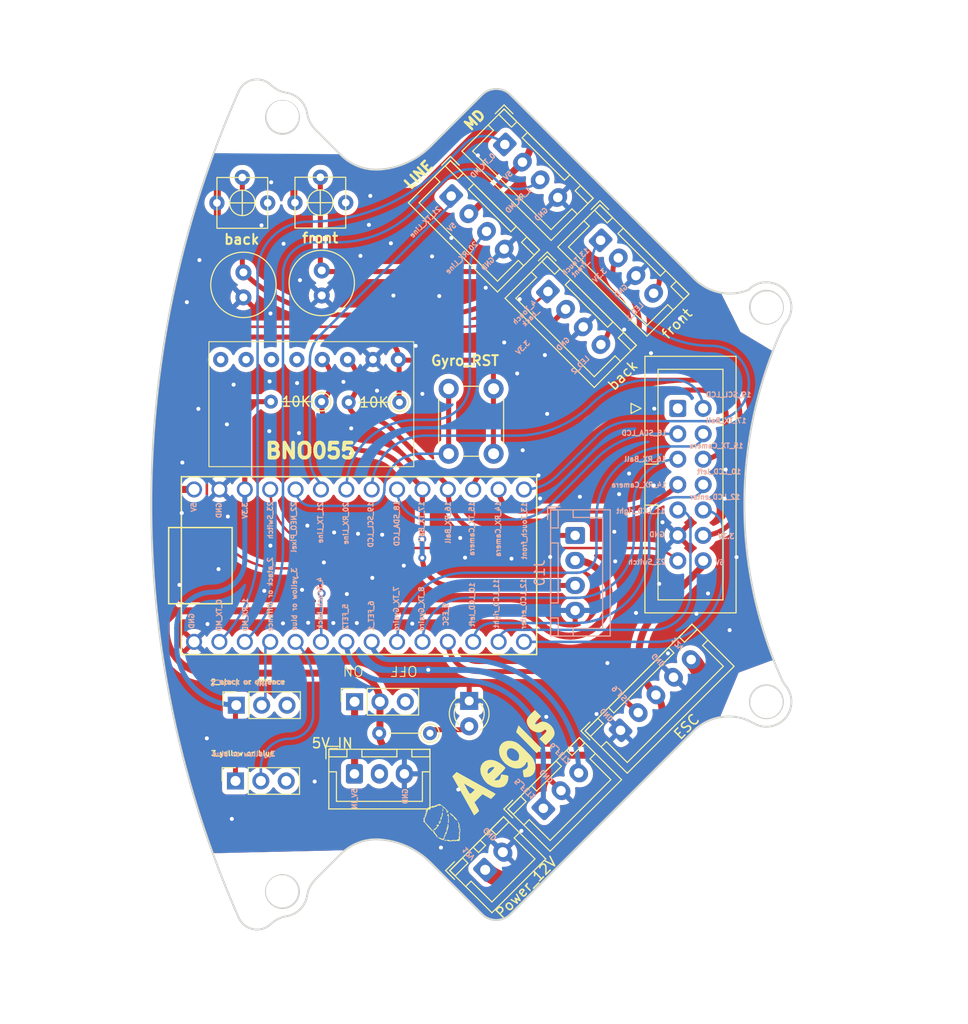
<source format=kicad_pcb>
(kicad_pcb (version 20221018) (generator pcbnew)
  (layers (0 "F.Cu" signal) (31 "B.Cu" signal) (34 "B.Paste" user) (35 "F.Paste" user) (36 "B.SilkS" user "B.Silkscreen") (37 "F.SilkS" user "F.Silkscreen") (38 "B.Mask" user) (39 "F.Mask" user) (44 "Edge.Cuts" user))
  (net 0 "")
  (net 1 "+5V")
  (net 2 "GND")
  (net 7 "LED1")
  (net 8 "Net-(D1-A)")
  (net 9 "+12V")
  (net 10 "TX_MD")
  (net 11 "RX_MD")
  (net 12 "TX_Line")
  (net 13 "RX_Line")
  (net 14 "CN1_Touch_sensor")
  (net 15 "+3.3V")
  (net 16 "5V_IN")
  (net 18 "ESC")
  (net 19 "FET1")
  (net 20 "FET2")
  (net 22 "SCL_LCD")
  (net 23 "SDA_LCD")
  (net 24 "TX_Ball")
  (net 25 "RX_Ball")
  (net 26 "TX_camera")
  (net 27 "RX_camera")
  (net 28 "LCD-TeensyD10")
  (net 29 "LCD-TeensyD11")
  (net 30 "LCD-TeensyD12")
  (net 31 "switch")
  (net 33 "Tougle_Switch_atack or diffence")
  (net 34 "Tougle_switch_ yellow or blue")
  (net 35 "CN2_Touch_sensor")
  (net 36 "LED2")
  (net 38 "Gyro_reset")
  (net 39 "TX_Gyro_SCL")
  (net 40 "RX_Gyro_SDA")
  (footprint "Connector_JST:JST_XH_B3B-XH-A_1x03_P2.50mm_Vertical" (layer "F.Cu") (at 128.94 116.41)
    (fp_text reference "J5" hide)
    (fp_text value "Power_5V" hide)
  )
  (footprint "Connector_JST:JST_XH_B3B-XH-A_1x03_P2.50mm_Vertical" (layer "F.Cu") (at 147.849626 119.860157 45)
    (fp_text reference "J7" hide)
    (fp_text value "Kicker" hide)
  )
  (footprint "Connector_JST:JST_XH_B4B-XH-A_1x04_P2.50mm_Vertical" (layer "F.Cu") (at 143.989626 53.469089 -45)
    (fp_text reference "J2" hide)
    (fp_text value "MD")
  )
  (footprint "Connector_PinSocket_2.54mm:PinSocket_1x03_P2.54mm_Vertical" (layer "F.Cu") (at 117.11516 109.544623 90)
    (fp_text reference "SW2" hide)
    (fp_text value "SW_DPST_x2" hide)
  )
  (footprint "BN0055:BNO00" (layer "F.Cu") (at 134.88 73.44 -90)
    (fp_text reference "BNO1" hide)
    (fp_text value "~" hide)
  )
  (footprint "Aegis:ver4" (layer "F.Cu") (at 142.17 116.91 45)
    (fp_text reference "G***" hide)
    (fp_text value "LOGO" hide)
  )
  (footprint "LED_THT:LED_D3.0mm_Clear" (layer "F.Cu") (at 140.42516 109.119623 -90)
    (fp_text reference "D1" hide)
    (fp_text value "LED" hide)
  )
  (footprint "Connector_JST:JST_XH_B4B-XH-A_1x04_P2.50mm_Vertical" (layer "F.Cu") (at 148.307393 68.176856 -45)
    (fp_text reference "J9" hide)
    (fp_text value "touch_sensor_2")
  )
  (footprint "Connector_JST:JST_XH_B2B-XH-A_1x02_P2.50mm_Vertical" (layer "F.Cu") (at 142.027393 126.01239 45)
    (fp_text reference "J1" hide)
    (fp_text value "Power_12V")
  )
  (footprint "MountingHole:MountingHole_3.2mm_M3" (layer "F.Cu") (at 170.20516 69.764623)
    (fp_text reference "REF**" hide)
    (fp_text value "MountingHole_3.2mm_M3")
  )
  (footprint "Variable_Register:Variable_Register" (layer "F.Cu") (at 117.72 51.69)
    (fp_text reference "RV3" hide)
    (fp_text value "R_Potentiometer_Trim_US" hide)
  )
  (footprint "Resistor_THT:R_Axial_DIN0204_L3.6mm_D1.6mm_P5.08mm_Vertical" (layer "F.Cu") (at 125.66 79.19 180)
    (fp_text reference "R3" hide)
    (fp_text value "10K")
  )
  (footprint "Capacitor_THT:C_Radial_D6.3mm_H5.0mm_P2.50mm" (layer "F.Cu") (at 125.67 68.57 90)
    (fp_text reference "C1" hide)
    (fp_text value "C" hide)
  )
  (footprint "Connector_JST:JST_XH_B5B-XH-A_1x05_P2.50mm_Vertical" (layer "F.Cu") (at 155.574092 112.055691 45)
    (fp_text reference "J6" hide)
    (fp_text value "ESC" hide)
  )
  (footprint "Resistor_THT:R_Axial_DIN0204_L3.6mm_D1.6mm_P5.08mm_Vertical" (layer "F.Cu") (at 136.5 112.35 180)
    (fp_text reference "R1" hide)
    (fp_text value "R" hide)
  )
  (footprint "Connector_JST:JST_XH_B4B-XH-A_1x04_P2.50mm_Vertical" (layer "F.Cu") (at 138.62516 58.624623 -45)
    (fp_text reference "J3" hide)
    (fp_text value "Line" hide)
  )
  (footprint "Resistor_THT:R_Axial_DIN0204_L3.6mm_D1.6mm_P5.08mm_Vertical" (layer "F.Cu") (at 133.44 79.26 180)
    (fp_text reference "R2" hide)
    (fp_text value "10K")
  )
  (footprint "Connector_PinSocket_2.54mm:PinSocket_1x03_P2.54mm_Vertical" (layer "F.Cu") (at 117.03516 117.124623 90)
    (fp_text reference "SW3" hide)
    (fp_text value "SW_DPST_x2" hide)
  )
  (footprint "Variable_Register:Variable_Register" (layer "F.Cu") (at 125.53 51.67)
    (fp_text reference "RV1" hide)
    (fp_text value "R_Potentiometer_Trim_US" hide)
  )
  (footprint "MountingHole:MountingHole_3.2mm_M3" (layer "F.Cu") (at 121.70516 128.164623)
    (fp_text reference "REF**" hide)
    (fp_text value "MountingHole_3.2mm_M3")
  )
  (footprint "MountingHole:MountingHole_3.2mm_M3" (layer "F.Cu") (at 170.17516 109.224623)
    (fp_text reference "REF**" hide)
    (fp_text value "MountingHole_3.2mm_M3" hide)
  )
  (footprint "teency4.0:Teensy40" (layer "F.Cu") (at 129.4 95.59)
    (fp_text reference "U1" hide)
    (fp_text value "Teensy4.0" hide)
  )
  (footprint "Button_Switch_THT:SW_PUSH_6mm_H5mm" (layer "F.Cu") (at 142.87 77.9 -90)
    (fp_text reference "Gyro_RST")
    (fp_text value "SW_Push" hide)
  )
  (footprint "Connector_PinSocket_2.54mm:PinSocket_1x03_P2.54mm_Vertical" (layer "F.Cu") (at 128.95516 109.199623 90)
    (fp_text reference "SW1" hide)
    (fp_text value "SW_DPST_x2" hide)
  )
  (footprint "Connector_IDC:IDC-Header_2x07_P2.54mm_Vertical" (layer "F.Cu") (at 161.30266 79.864623)
    (fp_text reference "J8" hide)
    (fp_text value "ESP32")
  )
  (footprint "Connector_JST:JST_XH_B4B-XH-A_1x04_P2.50mm_Vertical" (layer "F.Cu") (at 153.579626 63.049089 -45)
    (fp_text reference "J4" hide)
    (fp_text value "touch_sensor_1")
  )
  (footprint "MountingHole:MountingHole_3.2mm_M3" (layer "F.Cu") (at 121.75516 50.684623)
    (fp_text reference "REF**" hide)
    (fp_text value "MountingHole_3.2mm_M3" hide)
  )
  (footprint "Capacitor_THT:C_Radial_D6.3mm_H5.0mm_P2.50mm" (layer "F.Cu") (at 117.83 68.76 90)
    (fp_text reference "C2" hide)
    (fp_text value "C" hide)
  )
  (footprint "Connector_JST:JST_XH_B4B-XH-A_1x04_P2.50mm_Vertical" (layer "B.Cu") (at 151.03 92.57 -90)
    (fp_text reference "J10")
    (fp_text value "Gyro")
  )
  (gr_circle (center 170.171827 69.748029) (end 168.521827 69.748029) (stroke (width 0.2)) (fill none) (layer "Edge.Cuts"))
  (gr_arc (start 120.569744 131.438367) (mid 118.800831 131.9499) (end 117.363513 130.798855) (stroke (width 0.2)) (layer "Edge.Cuts"))
  (gr_arc (start 125.044456 51.984889) (mid 124.497642 51.235113) (end 124.206149 50.354086) (stroke (width 0.2)) (layer "Edge.Cuts"))
  (gr_arc (start 171.712436 71.975857) (mid 171.892967 71.634963) (end 172.115734 71.320042) (stroke (width 0.2)) (layer "Edge.Cuts"))
  (gr_arc (start 117.363513 48.150607) (mid 118.800823 46.999513) (end 120.569744 47.511095) (stroke (width 0.2)) (layer "Edge.Cuts"))
  (gr_arc (start 168.373996 68.010846) (mid 171.828082 67.875317) (end 172.115734 71.320042) (stroke (width 0.2)) (layer "Edge.Cuts"))
  (gr_arc (start 122.147307 48.296287) (mid 123.507088 48.994647) (end 124.206149 50.354086) (stroke (width 0.2)) (layer "Edge.Cuts"))
  (gr_arc (start 131.46393 55.977706) (mid 129.366773 55.67202) (end 127.584638 54.525071) (stroke (width 0.2)) (layer "Edge.Cuts"))
  (gr_arc (start 120.569744 131.438367) (mid 121.299571 130.927323) (end 122.147307 130.653175) (stroke (width 0.2)) (layer "Edge.Cuts"))
  (gr_arc (start 141.718186 48.506076) (mid 143.1324 47.920289) (end 144.546613 48.506076) (stroke (width 0.2)) (layer "Edge.Cuts"))
  (gr_arc (start 172.115734 107.62942) (mid 171.892955 107.314506) (end 171.712436 106.973605) (stroke (width 0.2)) (layer "Edge.Cuts"))
  (gr_arc (start 127.584638 124.424391) (mid 129.366771 123.277441) (end 131.46393 122.971756) (stroke (width 0.2)) (layer "Edge.Cuts"))
  (gr_arc (start 124.206149 128.595376) (mid 123.507108 129.954813) (end 122.147307 130.653175) (stroke (width 0.2)) (layer "Edge.Cuts"))
  (gr_line (start 125.044456 126.964573) (end 127.584638 124.424391) (stroke (width 0.2)) (layer "Edge.Cuts"))
  (gr_circle (center 121.739793 50.76285) (end 120.089793 50.76285) (stroke (width 0.2)) (fill none) (layer "Edge.Cuts"))
  (gr_arc (start 117.363513 130.798855) (mid 108.617557 89.474731) (end 117.363513 48.150607) (stroke (width 0.2)) (layer "Edge.Cuts"))
  (gr_arc (start 122.147307 48.296287) (mid 121.299573 48.022129) (end 120.569744 47.511095) (stroke (width 0.2)) (layer "Edge.Cuts"))
  (gr_circle (center 170.171827 109.201433) (end 168.521827 109.201433) (stroke (width 0.2)) (fill none) (layer "Edge.Cuts"))
  (gr_line (start 127.584638 54.525071) (end 125.044456 51.984889) (stroke (width 0.2)) (layer "Edge.Cuts"))
  (gr_line (start 162.95516 66.914623) (end 144.546613 48.506076) (stroke (width 0.2)) (layer "Edge.Cuts"))
  (gr_arc (start 144.546613 130.443386) (mid 143.1324 131.029173) (end 141.718186 130.443386) (stroke (width 0.2)) (layer "Edge.Cuts"))
  (gr_line (start 141.718186 48.506076) (end 136.570771 53.65349) (stroke (width 0.2)) (layer "Edge.Cuts"))
  (gr_arc (start 171.712436 106.973605) (mid 167.958218 89.474731) (end 171.712436 71.975857) (stroke (width 0.2)) (layer "Edge.Cuts"))
  (gr_arc (start 131.46393 122.971756) (mid 134.2278 123.671453) (end 136.570771 125.295972) (stroke (width 0.2)) (layer "Edge.Cuts"))
  (gr_arc (start 162.85 112.14) (mid 165.746781 110.716484) (end 168.909729 111.359466) (stroke (width 0.2)) (layer "Edge.Cuts"))
  (gr_line (start 136.570771 125.295972) (end 141.718186 130.443386) (stroke (width 0.2)) (layer "Edge.Cuts"))
  (gr_arc (start 168.373996 68.010846) (mid 165.499298 68.279769) (end 162.95516 66.914623) (stroke (width 0.2)) (layer "Edge.Cuts"))
  (gr_arc (start 124.206149 128.595376) (mid 124.497653 127.714356) (end 125.044456 126.964573) (stroke (width 0.2)) (layer "Edge.Cuts"))
  (gr_arc (start 172.115734 107.62942) (mid 172.067723 110.83101) (end 168.909729 111.359466) (stroke (width 0.2)) (layer "Edge.Cuts"))
  (gr_circle (center 121.739793 128.186612) (end 120.089793 128.186612) (stroke (width 0.2)) (fill none) (layer "Edge.Cuts"))
  (gr_line (start 144.546613 130.443386) (end 162.85 112.14) (stroke (width 0.2)) (layer "Edge.Cuts"))
  (gr_arc (start 136.570771 53.65349) (mid 134.227783 55.27797) (end 131.46393 55.977706) (stroke (width 0.2)) (layer "Edge.Cuts"))
  (gr_text "4_Touch\n _back" (at 147.859626 69.919089 45) (layer "B.SilkS") (effects (font (size 0.5 0.5) (thickness 0.125) bold) (justify left bottom mirror)))
  (gr_text "GND" (at 148.44516 60.064623 45) (layer "B.SilkS") (effects (font (size 0.5 0.5) (thickness 0.125) bold) (justify left bottom mirror)))
  (gr_text "15_TX_Camera" (at 140.98 89.14 90) (layer "B.SilkS") (effects (font (size 0.5 0.5) (thickness 0.125) bold) (justify left bottom mirror)))
  (gr_text "13_Touch\n  _front\n" (at 153.139626 64.679089 45) (layer "B.SilkS") (effects (font (size 0.5 0.5) (thickness 0.125) bold) (justify left bottom mirror)))
  (gr_text "18_SDA_LCD" (at 160.28266 82.624623) (layer "B.SilkS") (effects (font (size 0.5 0.5) (thickness 0.125) bold) (justify left bottom mirror)))
  (gr_text "1_RX_MD\n" (at 118.31 98.77 90) (layer "B.SilkS") (effects (font (size 0.5 0.5) (thickness 0.125) bold) (justify left bottom mirror)))
  (gr_text "9_ESC" (at 154.98516 107.454623 135) (layer "B.SilkS") (effects (font (size 0.5 0.5) (thickness 0.125) bold) (justify left bottom mirror)))
  (gr_text "GND" (at 147.76516 115.834623 135) (layer "B.SilkS") (effects (font (size 0.5 0.5) (thickness 0.125) bold) (justify left bottom mirror)))
  (gr_text "5V_IN" (at 129.25 117.79 90) (layer "B.SilkS") (effects (font (size 0.5 0.5) (thickness 0.125) bold) (justify left bottom mirror)))
  (gr_text "17_TX_Ball" (at 168.24266 81.374623) (layer "B.SilkS") (effects (font (size 0.5 0.5) (thickness 0.125) bold) (justify left bottom mirror)))
  (gr_text "23_Switch\n" (at 160.17266 95.514623) (layer "B.SilkS") (effects (font (size 0.5 0.5) (thickness 0.125) bold) (justify left bottom mirror)))
  (gr_text "LED_2\n" (at 152.59516 74.884623 45) (layer "B.SilkS") (effects (font (size 0.5 0.5) (thickness 0.125) bold) (justify left bottom mirror)))
  (gr_text "11_LCD_right\n" (at 160.10266 90.414623) (layer "B.SilkS") (effects (font (size 0.5 0.5) (thickness 0.125) bold) (justify left bottom mirror)))
  (gr_text "21_TX_Line" (at 125.83 89.17 90) (layer "B.SilkS") (effects (font (size 0.5 0.5) (thickness 0.125) bold) (justify left bottom mirror)))
  (gr_text "19_SCL_LCD" (at 130.86 89.18 90) (layer "B.SilkS") (effects (font (size 0.5 0.5) (thickness 0.125) bold) (justify left bottom mirror)))
  (gr_text "GND" (at 142.11516 121.634623 135) (layer "B.SilkS") (effects (font (size 0.5 0.5) (thickness 0.125) bold) (justify left bottom mirror)))
  (gr_text "14_RX_Camera" (at 143.61 89.12 90) (layer "B.SilkS") (effects (font (size 0.5 0.5) (thickness 0.125) bold) (justify left bottom mirror)))
  (gr_text "5V" (at 113.16 89.22 90) (layer "B.SilkS") (effects (font (size 0.5 0.5) (thickness 0.125) bold) (justify left bottom mirror)))
  (gr_text "14_RX_Camera" (at 160.24266 87.804623) (layer "B.SilkS") (effects (font (size 0.5 0.5) (thickness 0.125) bold) (justify left bottom mirror)))
  (gr_text "10_LCD_left\n" (at 141.01 97.21 90) (layer "B.SilkS") (effects (font (size 0.5 0.5) (thickness 0.125) bold) (justify left bottom mirror)))
  (gr_text "12_LCD_enter\n" (at 146.15 96.82 90) (layer "B.SilkS") (effects (font (size 0.5 0.5) (thickness 0.125) bold) (justify left bottom mirror)))
  (gr_text "12V" (at 160.92516 102.664623 135) (layer "B.SilkS") (effects (font (size 0.5 0.5) (thickness 0.125) bold) (justify left bottom mirror)))
  (gr_text "GND" (at 112.94 100.279 90) (layer "B.SilkS") (effects (font (size 0.5 0.5) (thickness 0.125) bold) (justify left bottom mirror)))
  (gr_text "GND" (at 158.96516 104.224623 135) (layer "B.SilkS") (effects (font (size 0.5 0.5) (thickness 0.125) bold) (justify left bottom mirror)))
  (gr_text "4_Touch_back" (at 125.79 96.68 90) (layer "B.SilkS") (effects (font (size 0.5 0.5) (thickness 0.125) bold) (justify left bottom mirror)))
  (gr_text "12V" (at 140.02516 123.624623 135) (layer "B.SilkS") (effects (font (size 0.5 0.5) (thickness 0.125) bold) (justify left bottom mirror)))
  (gr_text "16_RX_Ball" (at 138.6 89.12 90) (layer "B.SilkS") (effects (font (size 0.5 0.5) (thickness 0.125) bold) (justify left bottom mirror)))
  (gr_text "22_NEO_Pixel\n" (at 123.17 89.14 90) (layer "B.SilkS") (effects (font (size 0.5 0.5) (thickness 0.125) bold) (justify left bottom mirror)))
  (gr_text "LED_1\n" (at 157.999626 69.559089 45) (layer "B.SilkS") (effects (font (size 0.5 0.5) (thickness 0.125) bold) (justify left bottom mirror)))
  (gr_text "9_ESC\n\n" (at 139.19 99.25 90) (layer "B.SilkS") (effects (font (size 0.5 0.5) (thickness 0.125) bold) (justify left bottom mirror)))
  (gr_text "GND" (at 153.81516 109.714623 135) (layer "B.SilkS") (effects (font (size 0.5 0.5) (thickness 0.125) bold) (justify left bottom mirror)))
  (gr_text "10_LCD_left\n" (at 167.70266 86.484623) (layer "B.SilkS") (effects (font (size 0.5 0.5) (thickness 0.125) bold) (justify left bottom mirror)))
  (gr_text "5_FET2\n" (at 128.34 99.34 90) (layer "B.SilkS") (effects (font (size 0.5 0.5) (thickness 0.125) bold) (justify left bottom mirror)))
  (gr_text "0_TX_MD\n" (at 143.17516 54.614623 45) (layer "B.SilkS") (effects (font (size 0.5 0.5) (thickness 0.125) bold) (justify left bottom mirror)))
  (gr_text "5V" (at 144.900045 56.40197 45) (layer "B.SilkS") (effects (font (size 0.5 0.5) (thickness 0.125) bold) (justify left bottom mirror)))
  (gr_text "20_RX_Line" (at 141.429626 63.459089 45) (layer "B.SilkS") (effects (font (size 0.5 0.5) (thickness 0.125) bold) (justify left bottom mirror)))
  (gr_text "18_SDA_LCD" (at 133.47 89.029504 90) (layer "B.SilkS") (effects (font (size 0.5 0.5) (thickness 0.125) bold) (justify left bottom mirror)))
  (gr_text "GND" (at 115.67 89.22 90) (layer "B.SilkS") (effects (font (size 0.5 0.5) (thickness 0.125) bold) (justify left bottom mirror)))
  (gr_text "23_Switch\n" (at 120.81 89.09 90) (layer "B.SilkS") (effects (font (size 0.5 0.5) (thickness 0.125) bold) (justify left bottom mirror)))
  (gr_text "2_atack or diffence\n\n\n\n" (at 123.21 94.68 90) (layer "B.SilkS") (effects (font (size 0.5 0.5) (thickness 0.125) bold) (justify left bottom mirror)))
  (gr_text "5V" (at 139.270045 61.57197 45) (layer "B.SilkS") (effects (font (size 0.5 0.5) (thickness 0.125) bold) (justify left bottom mirror)))
  (gr_text "20_RX_Line" (at 128.37 89.18 90) (layer "B.SilkS") (effects (font (size 0.5 0.5) (thickness 0.125) bold) (justify left bottom mirror)))
  (gr_text "21_TX_Line" (at 137.749626 59.929089 45) (layer "B.SilkS") (effects (font (size 0.5 0.5) (thickness 0.125) bold) (justify left bottom mirror)))
  (gr_text "13_Touch_front\n" (at 146.23 89.2 90) (layer "B.SilkS") (effects (font (size 0.5 0.5) (thickness 0.125) bold) (justify left bottom mirror)))
  (gr_text "7_TX_Gyairo" (at 133.42 97.59 90) (layer "B.SilkS") (effects (font (size 0.5 0.5) (thickness 0.125) bold) (justify left bottom mirror)))
  (gr_text "0_TX_MD\n" (at 115.69 98.88 90) (layer "B.SilkS") (effects (font (size 0.5 0.5) (thickness 0.125) bold) (justify left bottom mirror)))
  (gr_text "GND" (at 156.429626 67.729089 45) (layer "B.SilkS") (effects (font (size 0.5 0.5) (thickness 0.125) bold) (justify left bottom mirror)))
  (gr_text "6_FET2" (at 148.75516 113.174623 135) (layer "B.SilkS") (effects (font (size 0.5 0.5) (thickness 0.125) bold) (justify left bottom mirror)))
  (gr_text "GND" (at 143.100045 65.02197 45) (layer "B.SilkS") (effects (font (size 0.5 0.5) (thickness 0.125) bold) (justify left bottom mirror)))
  (gr_text "12_LCD_enter\n" (at 167.62266 89.014623) (layer "B.SilkS") (effects (font (size 0.5 0.5) (thickness 0.125) bold) (justify left bottom mirror)))
  (gr_text "15_TX_Camera" (at 167.92266 83.894623) (layer "B.SilkS") (effects (font (size 0.5 0.5) (thickness 0.125) bold) (justify left bottom mirror)))
  (gr_text "6_FET_1\n" (at 130.91 99.03 90) (layer "B.SilkS") (effects (font (size 0.5 0.5) (thickness 0.125) bold) (justify left bottom mirror)))
  (gr_text "8_TX_Gyairo" (at 135.94 97.62 90) (layer "B.SilkS") (effects (font (size 0.5 0.5) (thickness 0.125) bold) (justify left bottom mirror)))
  (gr_text "3.3V" (at 146.63 73.36 45) (layer "B.SilkS") (effects (font (size 0.5 0.5) (thickness 0.125) bold) (justify left bottom mirror)))
  (gr_text "3.3V" (at 154.319626 66.149089 45) (layer "B.SilkS") (effects (font (size 0.5 0.5) (thickness 0.125) bold) (justify left bottom mirror)))
  (gr_text "3_yellow or blue" (at 121.09516 114.714623) (layer "B.SilkS") (effects (font (size 0.5 0.5) (thickness 0.125) bold) (justify left bottom mirror)))
  (gr_text "GND" (at 160.06266 92.764623) (layer "B.SilkS") (effects (font (size 0.5 0.5) (thickness 0.125) bold) (justify left bottom mirror)))
  (gr_text "2_atack or diffence\n\n\n\n" (at 114.44516 104.604623 180) (layer "B.SilkS") (effects (font (size 0.5 0.5) (thickness 0.125) bold) (justify left bottom mirror)))
  (gr_text "GND" (at 134.31 117.82 90) (layer "B.SilkS") (effects (font (size 0.5 0.5) (thickness 0.125) bold) (justify left bottom mirror)))
  (gr_text "3_yellow or blue" (at 123.21 95.72 90) (layer "B.SilkS") (effects (font (size 0.5 0.5) (thickness 0.125) bold) (justify left bottom mirror)))
  (gr_text "16_RX_Ball" (at 160.20266 85.224623) (layer "B.SilkS") (effects (font (size 0.5 0.5) (thickness 0.125) bold) (justify left bottom mirror)))
  (gr_text "3.3V" (at 167.03266 92.954623) (layer "B.SilkS") (effects (font (size 0.5 0.5) (thickness 0.125) bold) (justify left bottom mirror)))
  (gr_text "5V" (at 166.04266 95.564623) (layer "B.SilkS") (effects (font (size 0.5 0.5) (thickness 0.125) bold) (justify left bottom mirror)))
  (gr_text "17_TX_Ball" (at 135.96 89.1 90) (layer "B.SilkS") (effects (font (size 0.5 0.5) (thickness 0.125) bold) (justify left bottom mirror)))
  (gr_text "3.3V" (at 118.28 89.18 90) (layer "B.SilkS") (effects (font (size 0.5 0.5) (thickness 0.125) bold) (justify left bottom mirror)))
  (gr_text "GND" (at 150.62516 73.034623 45) (layer "B.SilkS") (effects (font (size 0.5 0.5) (thickness 0.125) bold) (justify left bottom mirror)))
  (gr_text "19_SCL_LCD" (at 168.72266 78.784623) (layer "B.SilkS") (effects (font (size 0.5 0.5) (thickness 0.125) bold) (justify left bottom mirror)))
  (gr_text "1_RX_MD\n" (at 146.76516 58.034623 45) (layer "B.SilkS") (effects (font (size 0.5 0.5) (thickness 0.125) bold) (justify left bottom mirror)))
  (gr_text "11_LCD_right\n" (at 143.43 96.86 90) (layer "B.SilkS") (effects (font (size 0.5 0.5) (thickness 0.125) bold) (justify left bottom mirror)))
  (gr_text "5_FET1" (at 145.25516 116.744623 135) (layer "B.SilkS") (effects (font (size 0.5 0.5) (thickness 0.125) bold) (justify left bottom mirror)))
  (gr_text "front" (at 161.2 71.38 45) (layer "F.SilkS") (effects (font (size 1 1))))
  (gr_text "back" (at 155.8 76.56 45) (layer "F.SilkS") (effects (font (size 1 1))))
  (gr_text "ON\n" (at 129.93 105.52 180) (layer "F.SilkS") (effects (font (size 1 1) (thickness 0.1)) (justify left bottom)))
  (gr_text "2_atack or diffence\n\n\n\n" (at 114.50516 109.924623) (layer "F.SilkS") (effects (font (size 0.5 0.5) (thickness 0.125) bold) (justify left bottom)))
  (gr_text "3_yellow or blue" (at 114.53516 114.654623) (layer "F.SilkS") (effects (font (size 0.5 0.5) (thickness 0.125) bold) (justify left bottom)))
  (gr_text "front\n" (at 125.51 62.82) (layer "F.SilkS") (effects (font (size 1 1) (thickness 0.2) bold)))
  (gr_text "LINE" (at 134.51 58.17 45) (layer "F.SilkS") (effects (font (size 1 1) (thickness 0.25) bold) (justify left bottom)))
  (gr_text "back\n" (at 117.66 62.96) (layer "F.SilkS") (effects (font (size 1 1) (thickness 0.2) bold)))
  (gr_text "OFF" (at 135.33 105.54 180) (layer "F.SilkS") (effects (font (size 1 1) (thickness 0.1)) (justify left bottom)))
  (gr_text "MD" (at 140.52 52.3 45) (layer "F.SilkS") (effects (font (size 1 1) (thickness 0.25) bold) (justify left bottom)))
  (gr_text "5V_IN" (at 126.72016 113.349623) (layer "F.SilkS") (effects (font (size 1 1))))
  (segment (start 157.776448 112.783553) (end 159.109629 111.450372) (width 0.7) (layer "F.Cu") (net 1))
  (segment (start 111.49 100.11) (end 110.89 100.11) (width 0.7) (layer "F.Cu") (net 1))
  (segment (start 124.5 55.16) (end 126.965786 55.16) (width 0.7) (layer "F.Cu") (net 1))
  (segment (start 110.1 88.54) (end 110.1 87.97) (width 0.7) (layer "F.Cu") (net 1))
  (segment (start 111.01 100.11) (end 111 100.11) (width 0.7) (layer "F.Cu") (net 1))
  (segment (start 122.88 56.96) (end 122.88 59.31) (width 0.7) (layer "F.Cu") (net 1))
  (segment (start 129.594214 56.96) (end 134.375786 56.96) (width 0.7) (layer "F.Cu") (net 1))
  (segment (start 111.28 87.97) (end 112.89 87.97) (width 0.7) (layer "F.Cu") (net 1))
  (segment (start 110.1 100.11) (end 110.1 89.17) (width 0.7) (layer "F.Cu") (net 1))
  (segment (start 111.1 100.11) (end 110.1 99.11) (width 0.7) (layer "F.Cu") (net 1))
  (segment (start 111.28 87.97) (end 110.96 87.97) (width 0.7) (layer "F.Cu") (net 1))
  (segment (start 111.01 100.11) (end 110.1 100.11) (width 0.7) (layer "F.Cu") (net 1))
  (segment (start 114.292995 106.34) (end 128.635571 106.34) (width 0.7) (layer "F.Cu") (net 1))
  (segment (start 110.1 99.11) (end 110.1 99.21) (width 0.7) (layer "F.Cu") (net 1))
  (segment (start 111 100.11) (end 110.1 99.21) (width 0.7) (layer "F.Cu") (net 1))
  (segment (start 110.1 99.21) (end 110.1 100.9) (width 0.7) (layer "F.Cu") (net 1))
  (segment (start 122.88 55.16) (end 123.84 55.16) (width 0.7) (layer "F.Cu") (net 1))
  (segment (start 111.49 100.11) (end 111.01 100.11) (width 0.7) (layer "F.Cu") (net 1))
  (segment (start 111.28 87.92) (end 110.1 86.74) (width 0.7) (layer "F.Cu") (net 1))
  (segment (start 111.49 100.11) (end 111.13 100.11) (width 0.7) (layer "F.Cu") (net 1))
  (segment (start 135.082893 56.667107) (end 140.752602 50.997399) (width 0.7) (layer "F.Cu") (net 1))
  (segment (start 110.1 89.17) (end 110.1 88.97) (width 0.7) (layer "F.Cu") (net 1))
  (segment (start 163.84266 95.104623) (end 163.84266 95.59734) (width 0.7) (layer "F.Cu") (net 1))
  (segment (start 121.37 55.16) (end 121.96 55.16) (width 0.7) (layer "F.Cu") (net 1))
  (segment (start 163.84266 95.59734) (end 159.109619 100.330382) (width 0.7) (layer "F.Cu") (net 1))
  (segment (start 145.757393 55.236856) (end 140.601859 60.39239) (width 0.7) (layer "F.Cu") (net 1))
  (segment (start 122.88 56.96) (end 122.88 56.78) (width 0.7) (layer "F.Cu") (net 1))
  (segment (start 111.28 87.97) (end 111.28 87.99) (width 0.7) (layer "F.Cu") (net 1))
  (segment (start 140.335317 60.45) (end 140.392927 60.39239) (width 0.5) (layer "F.Cu") (net 1))
  (segment (start 110.1 101.14) (end 110.1 102.031599) (width 0.7) (layer "F.Cu") (net 1))
  (segment (start 110.1 100.9) (end 110.1 101.14) (width 0.7) (layer "F.Cu") (net 1))
  (segment (start 111.01 100.11) (end 110.89 100.11) (width 0.7) (layer "F.Cu") (net 1))
  (segment (start 122.88 55.16) (end 122.88 56.58) (width 0.7) (layer "F.Cu") (net 1))
  (segment (start 110.1 78.826926) (end 110.1 86.74) (width 0.7) (layer "F.Cu") (net 1))
  (segment (start 111.13 100.11) (end 110.1 101.14) (width 0.7) (layer "F.Cu") (net 1))
  (segment (start 111.49 100.11) (end 111.1 100.11) (width 0.7) (layer "F.Cu") (net 1))
  (segment (start 110.1 87.97) (end 111.28 87.97) (width 0.7) (layer "F.Cu") (net 1))
  (segment (start 115.22 59.15) (end 115.22 57.593402) (width 0.7) (layer "F.Cu") (net 1))
  (segment (start 110.96 87.97) (end 110.1 87.11) (width 0.7) (layer "F.Cu") (net 1))
  (segment (start 110.1 88.83) (end 110.1 88.97) (width 0.7) (layer "F.Cu") (net 1))
  (segment (start 122.88 56.58) (end 122.88 56.96) (width 0.7) (layer "F.Cu") (net 1))
  (segment (start 133.62 114.55) (end 153.511866 114.55) (width 0.7) (layer "F.Cu") (net 1))
  (segment (start 122.88 56.96) (end 122.88 56.67) (width 0.7) (layer "F.Cu") (net 1))
  (segment (start 110.1 86.74) (end 110.1 87.11) (width 0.7) (layer "F.Cu") (net 1))
  (segment (start 131.42 109.274783) (end 131.49516 109.199623) (width 0.5) (layer "F.Cu") (net 1))
  (segment (start 110.1 88.97) (end 110.1 88.54) (width 0.7) (layer "F.Cu") (net 1))
  (segment (start 127.672893 55.452893) (end 128.887107 56.667107) (width 0.7) (layer "F.Cu") (net 1))
  (segment (start 111.28 87.99) (end 110.1 89.17) (width 0.7) (layer "F.Cu") (net 1))
  (segment (start 111.28 87.99) (end 111.28 87.92) (width 0.7) (layer "F.Cu") (net 1))
  (segment (start 144.434197 100.11) (end 111.49 100.11) (width 0.7) (layer "F.Cu") (net 1))
  (segment (start 122.88 56.12) (end 123.84 55.16) (width 0.7) (layer "F.Cu") (net 1))
  (segment (start 158.804282 108.214813) (end 159.109626 108.520157) (width 0.7) (layer "F.Cu") (net 1))
  (segment (start 110.96 87.97) (end 110.1 88.83) (width 0.7) (layer "F.Cu") (net 1))
  (segment (start 123.84 55.16) (end 124.5 55.16) (width 0.7) (layer "F.Cu") (net 1))
  (segment (start 131.49516 109.199623) (end 131.49516 112.27484) (width 0.7) (layer "F.Cu") (net 1))
  (segment (start 122.88 56.58) (end 122.88 56.12) (width 0.7) (layer "F.Cu") (net 1))
  (segment (start 117.653402 55.16) (end 121.37 55.16) (width 0.7) (layer "F.Cu") (net 1))
  (segment (start 154.42 98.460001) (end 154.42 98.762104) (width 0.7) (layer "F.Cu") (net 1))
  (segment (start 110.1 87.11) (end 110.1 88.54) (width 0.7) (layer "F.Cu") (net 1))
  (segment (start 121.96 55.16) (end 122.88 55.16) (width 0.7) (layer "F.Cu") (net 1))
  (segment (start 122.88 56.67) (end 121.37 55.16) (width 0.7) (layer "F.Cu") (net 1))
  (segment (start 110.89 100.11) (end 110.1 100.9) (width 0.7) (layer "F.Cu") (net 1))
  (segment (start 115.22 59.15) (end 115.22 66.466179) (width 0.7) (layer "F.Cu") (net 1))
  (segment (start 140.601859 60.39239) (end 140.392927 60.39239) (width 0.7) (layer "F.Cu") (net 1))
  (segment (start 122.88 56.96) (end 122.88 56.08) (width 0.7) (layer "F.Cu") (net 1))
  (segment (start 131.49516 112.27484) (end 131.42 112.35) (width 0.5) (layer "F.Cu") (net 1))
  (segment (start 122.88 56.78) (end 124.5 55.16) (width 0.7) (layer "F.Cu") (net 1))
  (segment (start 122.88 56.08) (end 121.96 55.16) (width 0.7) (layer "F.Cu") (net 1))
  (arc (start 131.49516 109.199623) (mid 130.657614 107.177562) (end 128.635571 106.34) (width 0.7) (layer "F.Cu") (net 1))
  (arc (start 128.887107 56.667107) (mid 129.21153 56.88388) (end 129.594214 56.96) (width 0.7) (layer "F.Cu") (net 1))
  (arc (start 131.42 112.35) (mid 132.064365 113.905635) (end 133.62 114.55) (width 0.7) (layer "F.Cu") (net 1))
  (arc (start 153.511866 114.55) (mid 155.819841 114.090915) (end 157.776448 112.783553) (width 0.7) (layer "F.Cu") (net 1))
  (arc (start 115.22 66.466179) (mid 114.498915 70.091317) (end 112.445439 73.164561) (width 0.7) (layer "F.Cu") (net 1))
  (arc (start 154.42 98.762104) (mid 153.284191 101.504191) (end 150.542104 102.64) (width 0.7) (layer "F.Cu") (net 1))
  (arc (start 135.082893 56.667107) (mid 134.75847 56.88388) (end 134.375786 56.96) (width 0.7) (layer "F.Cu") (net 1))
  (arc (start 126.965786 55.16) (mid 127.348469 55.23612) (end 127.672893 55.452893) (width 0.7) (layer "F.Cu") (net 1))
  (arc (start 111.385774 105.135779) (mid 112.719616 106.027034) (end 114.292995 106.34) (width 0.7) (layer "F.Cu") (net 1))
  (arc (start 110.1 102.031599) (mid 110.434165 103.711574) (end 111.385774 105.135779) (width 0.7) (layer "F.Cu") (net 1))
  (arc (start 140.752602 50.997399) (mid 143.255001 49.960871) (end 145.757397 50.997396) (width 0.7) (layer "F.Cu") (net 1))
  (arc (start 159.109626 108.520157) (mid 159.716496 109.985266) (end 159.109629 111.450372) (width 0.7) (layer "F.Cu") (net 1))
  (arc (start 145.757393 55.236856) (mid 146.635417 53.117124) (end 145.757397 50.997396) (width 0.7) (layer "F.Cu") (net 1))
  (arc (start 115.22 57.593402) (mid 115.932727 55.872727) (end 117.653402 55.16) (width 0.7) (layer "F.Cu") (net 1))
  (arc (start 147.533983 101.39398) (mid 146.11179 100.443695) (end 144.434197 100.11) (width 0.7) (layer "F.Cu") (net 1))
  (arc (start 159.109619 100.330382) (mid 157.413463 104.425266) (end 159.109626 108.520157) (width 0.7) (layer "F.Cu") (net 1))
  (arc (start 147.533983 101.39398) (mid 148.914126 102.316173) (end 150.542104 102.64) (width 0.7) (layer "F.Cu") (net 1))
  (arc (start 110.1 78.826926) (mid 110.709555 75.762486) (end 112.445439 73.164561) (width 0.7) (layer "F.Cu") (net 1))
  (arc (start 151.03 95.07) (mid 153.427092 96.062908) (end 154.42 98.460001) (width 0.7) (layer "F.Cu") (net 1))
  (via (at 155.94 71.98) (size 0.8) (drill 0.4) (layers "F.Cu" "B.Cu") (net 2))
  (via (at 158.62 74.34) (size 0.8) (drill 0.4) (layers "F.Cu" "B.Cu") (net 2))
  (via (at 148.53 94.72) (size 0.8) (drill 0.4) (layers "F.Cu" "B.Cu") (net 2))
  (via (at 147.36 86.57) (size 0.8) (drill 0.4) (layers "F.Cu" "B.Cu") (net 2))
  (via (at 124.96 117.18) (size 0.8) (drill 0.4) (layers "F.Cu" "B.Cu") (net 2))
  (via (at 148 74.53) (size 0.8) (drill 0.4) (layers "F.Cu" "B.Cu") (net 2))
  (via (at 163.17 100.4) (size 0.8) (drill 0.4) (layers "F.Cu" "B.Cu") (net 2))
  (via (at 158.95 79.89) (size 0.8) (drill 0.4) (layers "F.Cu" "B.Cu") (net 2))
  (via (at 154.95 92.2) (size 0.8) (drill 0.4) (layers "F.Cu" "B.Cu") (net 2))
  (via (at 132.84 68.58) (size 0.8) (drill 0.4) (layers "F.Cu" "B.Cu") (net 2))
  (via (at 129.18 101.33) (size 0.8) (drill 0.4) (layers "F.Cu" "B.Cu") (net 2))
  (via (at 114.17 112.86) (size 0.8) (drill 0.4) (layers "F.Cu" "B.Cu") (net 2))
  (via (at 130.39 61.51) (size 0.8) (drill 0.4) (layers "F.Cu" "B.Cu") (net 2))
  (via (at 154.26 105.33) (size 0.8) (drill 0.4) (layers "F.Cu" "B.Cu") (net 2))
  (via (at 128.62 81.86) (size 0.8) (drill 0.4) (layers "F.Cu" "B.Cu") (net 2))
  (via (at 139.53 92.82) (size 0.8) (drill 0.4) (layers "F.Cu" "B.Cu") (net 2))
  (via (at 115.34 95.94) (size 0.8) (drill 0.4) (layers "F.Cu" "B.Cu") (net 2))
  (via (at 153.17 110.43) (size 0.8) (drill 0.4) (layers "F.Cu" "B.Cu") (net 2))
  (via (at 138.64 62.82) (size 0.8) (drill 0.4) (layers "F.Cu" "B.Cu") (net 2))
  (via (at 156.43 86.38) (size 0.8) (drill 0.4) (layers "F.Cu" "B.Cu") (net 2))
  (via (at 161.52 70.89) (size 0.8) (drill 0.4) (layers "F.Cu" "B.Cu") (net 2))
  (via (at 111.43 97.52) (size 0.8) (drill 0.4) (layers "F.Cu" "B.Cu") (net 2))
  (via (at 141.3 54.56) (size 0.8) (drill 0.4) (layers "F.Cu" "B.Cu") (net 2))
  (via (at 131.72 92.5) (size 0.8) (drill 0.4) (layers "F.Cu" "B.Cu") (net 2))
  (via (at 113.32 79.91) (size 0.8) (drill 0.4) (layers "F.Cu" "B.Cu") (net 2))
  (via (at 145.78 84.05) (size 0.8) (drill 0.4) (layers "F.Cu" "B.Cu") (net 2))
  (via (at 124.31 101.3) (size 0.8) (drill 0.4) (layers "F.Cu" "B.Cu") (net 2))
  (via (at 123.39 82.33) (size 0.8) (drill 0.4) (layers "F.Cu" "B.Cu") (net 2))
  (via (at 121.79 101.36) (size 0.8) (drill 0.4) (layers "F.Cu" "B.Cu") (net 2))
  (via (at 120.61 57.25) (size 0.8) (drill 0.4) (layers "F.Cu" "B.Cu") (net 2))
  (via (at 131.2 78.09) (size 0.8) (drill 0.4) (layers "F.Cu" "B.Cu") (net 2))
  (via (at 111.72 85.28) (size 0.8) (drill 0.4) (layers "F.Cu" "B.Cu") (net 2))
  (via (at 145.23 76.37) (size 0.8) (drill 0.4) (layers "F.Cu" "B.Cu") (net 2))
  (via (at 130.53 58.61) (size 0.8) (drill 0.4) (layers "F.Cu" "B.Cu") (net 2))
  (via (at 120.54 70.37) (size 0.8) (drill 0.4) (layers "F.Cu" "B.Cu") (net 2))
  (via (at 129.3 92.4) (size 0.8) (drill 0.4) (layers "F.Cu" "B.Cu") (net 2))
  (via (at 113.43 65.03) (size 0.8) (drill 0.4) (layers "F.Cu" "B.Cu") (net 2))
  (via (at 119.64 61.56) (size 0.8) (drill 0.4) (layers "F.Cu" "B.Cu") (net 2))
  (via (at 121.85 63.4) (size 0.8) (drill 0.4) (layers "F.Cu" "B.Cu") (net 2))
  (via (at 158.9 87.57) (size 0.8) (drill 0.4) (layers "F.Cu" "B.Cu") (net 2))
  (via (at 165.99 88.89) (size 0.8) (drill 0.4) (layers "F.Cu" "B.Cu") (net 2))
  (via (at 136.33 106.01) (size 0.8) (drill 0.4) (layers "F.Cu" "B.Cu") (net 2))
  (via (at 164.33 98.37) (size 0.8) (drill 0.4) (layers "F.Cu" "B.Cu") (net 2))
  (via (at 123.7 98.01) (size 0.8) (drill 0.4) (layers "F.Cu" "B.Cu") (net 2))
  (via (at 140.01 94.79) (size 0.8) (drill 0.4) (layers "F.Cu" "B.Cu") (net 2))
  (via (at 166.09 85.98) (size 0.8) (drill 0.4) (layers "F.Cu" "B.Cu") (net 2))
  (via (at 148.14 110.71) (size 0.8) (drill 0.4) (layers "F.Cu" "B.Cu") (net 2))
  (via (at 143.93 73.27) (size 0.8) (drill 0.4) (layers "F.Cu" "B.Cu") (net 2))
  (via (at 132.59 63.35) (size 0.8) (drill 0.4) (layers "F.Cu" "B.Cu") (net 2))
  (via (at 157.12 100.32) (size 0.8) (drill 0.4) (layers "F.Cu" "B.Cu") (net 2))
  (via (at 130.73 96.81) (size 0.8) (drill 0.4) (layers "F.Cu" "B.Cu") (net 2))
  (via (at 120.53 93.59) (size 0.8) (drill 0.4) (layers "F.Cu" "B.Cu") (net 2))
  (via (at 159.77 91.25) (size 0.8) (drill 0.4) (layers "F.Cu" "B.Cu") (net 2))
  (via (at 148.23 80.41) (size 0.8) (drill 0.4) (layers "F.Cu" "B.Cu") (net 2))
  (via (at 112.17 69.24) (size 0.8) (drill 0.4) (layers "F.Cu" "B.Cu") (net 2))
  (via (at 137.43 68.63) (size 0.8) (drill 0.4) (layers "F.Cu" "B.Cu") (net 2))
  (via (at 116.18 81.46) (size 0.8) (drill 0.4) (layers "F.Cu" "B.Cu") (net 2))
  (via (at 111.66 90.33) (size 0.8) (drill 0.4) (layers "F.Cu" "B.Cu") (net 2))
  (via (at 166.49 102.04) (size 0.8) (drill 0.4) (layers "F.Cu" "B.Cu") (net 2))
  (via (at 155.43 88.44) (size 0.8) (drill 0.4) (layers "F.Cu" "B.Cu") (net 2))
  (via (at 139.34 117.98) (size 0.8) (drill 0.4) (layers "F.Cu" "B.Cu") (net 2))
  (via (at 125.88 95.27) (size 0.8) (drill 0.4) (layers "F.Cu" "B.Cu") (net 2))
  (via (at 145.48 68.94) (size 0.8) (drill 0.4) (layers "F.Cu" "B.Cu") (net 2))
  (via (at 114.24 101.43) (size 0.8) (drill 0.4) (layers "F.Cu" "B.Cu") (net 2))
  (via (at 126.91 92.27) (size 0.8) (drill 0.4) (layers "F.Cu" "B.Cu") (net 2))
  (via (at 159.44 97.41) (size 0.8) (drill 0.4) (layers "F.Cu" "B.Cu") (net 2))
  (via (at 116.67 120.92) (size 0.8) (drill 0.4) (layers "F.Cu" "B.Cu") (net 2))
  (via (at 144.66 94.89) (size 0.8) (drill 0.4) (layers "F.Cu" "B.Cu") (net 2))
  (via (at 160.32 104.36) (size 0.8) (drill 0.4) (layers "F.Cu" "B.Cu") (net 2))
  (via (at 116.85 77.49) (size 0.8) (drill 0.4) (layers "F.Cu" "B.Cu") (net 2))
  (via (at 137.6 123.79) (size 0.8) (drill 0.4) (layers "F.Cu" "B.Cu") (net 2))
  (via (at 128.18 98.43) (size 0.8) (drill 0.4) (layers "F.Cu" "B.Cu") (net 2))
  (via (at 142.08 67.8) (size 0.8) (drill 0.4) (layers "F.Cu" "B.Cu") (net 2))
  (via (at 135.74 78.41) (size 0.8) (drill 0.4) (layers "F.Cu" "B.Cu") (net 2))
  (via (at 145.65 122.12) (size 0.8) (drill 0.4) (layers "F.Cu" "B.Cu") (net 2))
  (via (at 167.18 94.74) (size 0.8) (drill 0.4) (layers "F.Cu" "B.Cu") (net 2))
  (via (at 120.45 77.17) (size 0.8) (drill 0.4) (layers "F.Cu" "B.Cu") (net 2))
  (via (at 155.04 95.16) (size 0.8) (drill 0.4) (layers "F.Cu" "B.Cu") (net 2))
  (via (at 147.52 88.87) (size 0.8) (drill 0.4) (layers "F.Cu" "B.Cu") (net 2))
  (via (at 126.83 101.33) (size 0.8) (drill 0.4) (layers "F.Cu" "B.Cu") (net 2))
  (via (at 119.92 98.11) (size 0.8) (drill 0.4) (layers "F.Cu" "B.Cu") (net 2))
  (via (at 124.23 91.59) (size 0.8) (drill 0.4) (layers "F.Cu" "B.Cu") (net 2))
  (via (at 123.2 77.33) (size 0.8) (drill 0.4) (layers "F.Cu" "B.Cu") (net 2))
  (via (at 151.5 88.7) (size 0.8) (drill 0.4) (layers "F.Cu" "B.Cu") (net 2))
  (via (at 134.73 101.39) (size 0.8) (drill 0.4) (layers "F.Cu" "B.Cu") (net 2))
  (via (at 129.54 64.61) (size 0.8) (drill 0.4) (layers "F.Cu" "B.Cu") (net 2))
  (via (at 133.88 95.59) (size 0.8) (drill 0.4) (layers "F.Cu" "B.Cu") (net 2))
  (via (at 120.42 82.14) (size 0.8) (drill 0.4) (layers "F.Cu" "B.Cu") (net 2))
  (via (at 135.07 73.61) (size 0.8) (drill 0.4) (layers "F.Cu" "B.Cu") (net 2))
  (via (at 136.71 64.66) (size 0.8) (drill 0.4) (layers "F.Cu" "B.Cu") (net 2))
  (via (at 116.27 90.68) (size 0.8) (drill 0.4) (layers "F.Cu" "B.Cu") (net 2))
  (via (at 123.49 67.04) (size 0.8) (drill 0.4) (layers "F.Cu" "B.Cu") (net 2))
  (via (at 127.84 77.21) (size 0.8) (drill 0.4) (layers "F.Cu" "B.Cu") (net 2))
  (segment (start 125.42 66.5) (end 125.43 66.51) (width 0.5) (layer "F.Cu") (net 7))
  (segment (start 125.42 66.5) (end 125.7 66.22) (width 0.5) (layer "F.Cu") (net 7))
  (segment (start 146.258584 64.221416) (end 149.135664 61.344336) (width 0.5) (layer "F.Cu") (net 7))
  (segment (start 125.53 56.75) (end 125.53 65.93) (width 0.5) (layer "F.Cu") (net 7))
  (segment (start 154.674336 61.344336) (end 158.882932 65.552933) (width 0.5) (layer "F.Cu") (net 7))
  (segment (start 125.53 65.93) (end 125.67 66.07) (width 0.5) (layer "F.Cu") (net 7))
  (segment (start 125.43 66.51) (end 125.71 66.51) (width 0.5) (layer "F.Cu") (net 7))
  (segment (start 125.67 66.07) (end 125.78 66.18) (width 0.5) (layer "F.Cu") (net 7))
  (segment (start 125.78 66.18) (end 141.530145 66.18) (width 0.5) (layer "F.Cu") (net 7))
  (arc (start 141.530145 66.18) (mid 144.089158 65.670981) (end 146.258584 64.221416) (width 0.5) (layer "F.Cu") (net 7))
  (arc (start 158.882932 65.552933) (mid 159.462717 66.952659) (end 158.882927 68.35239) (width 0.5) (layer "F.Cu") (net 7))
  (arc (start 149.135664 61.344336) (mid 151.905 60.197239) (end 154.674336 61.344336) (width 0.5) (layer "F.Cu") (net 7))
  (segment (start 136.85 112) (end 136.5 112.35) (width 0.5) (layer "F.Cu") (net 8))
  (segment (start 140.42516 111.659623) (end 140.084783 112) (width 0.5) (layer "F.Cu") (net 8))
  (segment (start 140.084783 112) (end 136.85 112) (width 0.5) (layer "F.Cu") (net 8))
  (segment (start 162.645164 110.914836) (end 147.547612 126.012389) (width 1.7) (layer "F.Cu") (net 9))
  (arc (start 147.547612 126.012389) (mid 144.787502 127.155664) (end 142.027393 126.01239) (width 1.7) (layer "F.Cu") (net 9))
  (arc (start 162.64516 104.984623) (mid 163.873351 107.949732) (end 162.645164 110.914836) (width 1.7) (layer "F.Cu") (net 9))
  (segment (start 119.25 66.314997) (end 119.25 93.987785) (width 0.25) (layer "B.Cu") (net 10))
  (segment (start 139.940911 53.469089) (end 137.767224 55.642776) (width 0.25) (layer "B.Cu") (net 10))
  (arc (start 124.374997 61.19) (mid 120.751077 62.691077) (end 119.25 66.314997) (width 0.25) (layer "B.Cu") (net 10))
  (arc (start 115.43 103.21) (mid 118.257229 98.978781) (end 119.25 93.987785) (width 0.25) (layer "B.Cu") (net 10))
  (arc (start 124.374997 61.19) (mid 131.622836 59.748324) (end 137.767224 55.642776) (width 0.25) (layer "B.Cu") (net 10))
  (arc (start 143.989626 53.469089) (mid 141.965268 52.630572) (end 139.940911 53.469089) (width 0.25) (layer "B.Cu") (net 10))
  (segment (start 121.79 93.987727) (end 121.79 66.470165) (width 0.25) (layer "B.Cu") (net 11))
  (segment (start 134.922051 60.07795) (end 137.995378 57.004623) (width 0.25) (layer "B.Cu") (net 11))
  (segment (start 125.010165 63.25) (end 127.264005 63.250005) (width 0.25) (layer "B.Cu") (net 11))
  (arc (start 121.79 66.470165) (mid 122.733164 64.193164) (end 125.010165 63.25) (width 0.25) (layer "B.Cu") (net 11))
  (arc (start 117.97 103.21) (mid 120.797218 98.978777) (end 121.79 93.987727) (width 0.25) (layer "B.Cu") (net 11))
  (arc (start 143.114625 57.004624) (mid 145.319892 57.918076) (end 147.52516 57.004623) (width 0.25) (layer "B.Cu") (net 11))
  (arc (start 143.114625 57.004624) (mid 140.555001 55.944392) (end 137.995378 57.004623) (width 0.25) (layer "B.Cu") (net 11))
  (arc (start 127.264005 63.250005) (mid 131.408509 62.42562) (end 134.922051 60.07795) (width 0.25) (layer "B.Cu") (net 11))
  (segment (start 138.62516 59.43484) (end 125.523024 72.536976) (width 0.25) (layer "B.Cu") (net 12))
  (segment (start 124.48 75.055059) (end 124.48 84.730252) (width 0.25) (layer "B.Cu") (net 12))
  (segment (start 138.62516 58.624623) (end 138.62516 59.43484) (width 0.25) (layer "B.Cu") (net 12))
  (segment (start 125.59 87.41) (end 125.59 87.97) (width 0.25) (layer "B.Cu") (net 12))
  (arc (start 125.523024 72.536976) (mid 124.751073 73.692282) (end 124.48 75.055059) (width 0.25) (layer "B.Cu") (net 12))
  (arc (start 124.48 84.730252) (mid 124.768474 86.18051) (end 125.59 87.41) (width 0.25) (layer "B.Cu") (net 12))
  (segment (start 140.49 66.193603) (end 140.49 77.251722) (width 0.25) (layer "B.Cu") (net 13))
  (segment (start 136.731722 81.01) (end 135.089994 81.01) (width 0.25) (layer "B.Cu") (net 13))
  (arc (start 140.49 66.193603) (mid 140.92421 64.010692) (end 142.160694 62.160157) (width 0.25) (layer "B.Cu") (net 13))
  (arc (start 140.49 77.251722) (mid 139.389226 79.909226) (end 136.731722 81.01) (width 0.25) (layer "B.Cu") (net 13))
  (arc (start 128.13 87.97) (mid 130.168535 83.048535) (end 135.089994 81.01) (width 0.25) (layer "B.Cu") (net 13))
  (segment (start 153.181184 82.638816) (end 149.221756 86.598244) (width 0.25) (layer "B.Cu") (net 14))
  (segment (start 164.626794 81.14) (end 156.799646 81.14) (width 0.25) (layer "B.Cu") (net 14))
  (segment (start 153.579623 67.059623) (end 156.910366 70.390366) (width 0.25) (layer "B.Cu") (net 14))
  (arc (start 156.910366 70.390366) (mid 160.476595 72.773244) (end 164.683218 73.61) (width 0.25) (layer "B.Cu") (net 14))
  (arc (start 168.420002 77.346776) (mid 167.309003 80.028989) (end 164.626794 81.14) (width 0.25) (layer "B.Cu") (net 14))
  (arc (start 168.420002 77.346776) (mid 167.325519 74.704475) (end 164.683218 73.61) (width 0.25) (layer "B.Cu") (net 14))
  (arc (start 153.181184 82.638816) (mid 154.841348 81.52953) (end 156.799646 81.14) (width 0.25) (layer "B.Cu") (net 14))
  (arc (start 149.221756 86.598244) (mid 147.702331 87.613491) (end 145.91 87.97) (width 0.25) (layer "B.Cu") (net 14))
  (arc (start 153.579623 67.059623) (mid 152.749015 65.054358) (end 153.579626 63.049089) (width 0.25) (layer "B.Cu") (net 14))
  (segment (start 148.215 72.705) (end 148.264891 72.655109) (width 0.5) (layer "F.Cu") (net 15))
  (segment (start 148.605 73.095) (end 148.605 71.414782) (width 0.5) (layer "F.Cu") (net 15))
  (segment (start 117.97 80.46) (end 116.7 79.19) (width 0.5) (layer "F.Cu") (net 15))
  (segment (start 133.41 75) (end 133.45 75.04) (width 0.5) (layer "F.Cu") (net 15))
  (segment (start 117.97 87.97) (end 117.97 79.78) (width 0.5) (layer "F.Cu") (net 15))
  (segment (start 145.799841 74.219941) (end 146.939891 73.079891) (width 0.5) (layer "F.Cu") (net 15))
  (segment (start 142.85 75.04) (end 143.44 75.04) (width 0.5) (layer "F.Cu") (net 15))
  (segment (start 148.679891 71.339891) (end 150.07516 69.944623) (width 0.5) (layer "F.Cu") (net 15))
  (segment (start 147.314782 72.705) (end 148.215 72.705) (width 0.5) (layer "F.Cu") (net 15))
  (segment (start 147.179891 72.839891) (end 147.314782 72.705) (width 0.5) (layer "F.Cu") (net 15))
  (segment (start 117.97 80.43) (end 119.21 79.19) (width 0.5) (layer "F.Cu") (net 15))
  (segment (start 133.41 79.23) (end 133.44 79.26) (width 0.5) (layer "F.Cu") (net 15))
  (segment (start 141.9 75.04) (end 142.85 75.99) (width 0.5) (layer "F.Cu") (net 15))
  (segment (start 117.97 87.11) (end 117.97 80.46) (width 0.5) (layer "F.Cu") (net 15))
  (segment (start 156.155 74.675) (end 155.23 75.6) (width 0.5) (layer "F.Cu") (net 15))
  (segment (start 155.347393 67.407393) (end 156.090007 68.150007) (width 0.5) (layer "F.Cu") (net 15))
  (segment (start 142.85 75.74) (end 142.85 75.68) (width 0.5) (layer "F.Cu") (net 15))
  (segment (start 146.939891 73.079891) (end 147.179891 72.839891) (width 0.5) (layer "F.Cu") (net 15))
  (segment (start 143.44 75.15) (end 143.44 75.04) (width 0.5) (layer "F.Cu") (net 15))
  (segment (start 117.97 79.19) (end 118.53 79.19) (width 0.5) (layer "F.Cu") (net 15))
  (segment (start 141.53 75.04) (end 141.9 75.04) (width 0.5) (layer "F.Cu") (net 15))
  (segment (start 151.110009 75.60001) (end 148.605 73.095) (width 0.5) (layer "F.Cu") (net 15))
  (segment (start 117.186718 72.73) (end 131.140004 72.73) (width 0.5) (layer "F.Cu") (net 15))
  (segment (start 142.85 75.99) (end 142.85 84.38) (width 0.5) (layer "F.Cu") (net 15))
  (segment (start 142.85 84.38) (end 142.87 84.4) (width 0.5) (layer "F.Cu") (net 15))
  (segment (start 155.72 75.11) (end 156.016698 75.406711) (width 0.5) (layer "F.Cu") (net 15))
  (segment (start 148.264891 71.754891) (end 148.679891 71.339891) (width 0.5) (layer "F.Cu") (net 15))
  (segment (start 116.88 79.19) (end 117.38 79.19) (width 0.5) (layer "F.Cu") (net 15))
  (segment (start 150.07516 69.944623) (end 150.219626 69.944623) (width 0.5) (layer "F.Cu") (net 15))
  (segment (start 142.85 75.99) (end 143.8 75.04) (width 0.5) (layer "F.Cu") (net 15))
  (segment (start 148.589891 73.079891) (end 146.939891 73.079891) (width 0.5) (layer "F.Cu") (net 15))
  (segment (start 116.88 79.37) (end 117.97 80.46) (width 0.5) (layer "F.Cu") (net 15))
  (segment (start 133.45 75.04) (end 141.53 75.04) (width 0.5) (layer "F.Cu") (net 15))
  (segment (start 116.88 79.19) (end 116.45 79.19) (width 0.5) (layer "F.Cu") (net 15))
  (segment (start 116.7 79.19) (end 116.45 79.19) (width 0.5) (layer "F.Cu") (net 15))
  (segment (start 147.724891 72.294891) (end 150.07516 69.944623) (width 0.5) (layer "F.Cu") (net 15))
  (segment (start 142.85 75.68) (end 142.21 75.04) (width 0.5) (layer "F.Cu") (net 15))
  (segment (start 118.53 79.19) (end 119.21 79.19) (width 0.5) (layer "F.Cu") (net 15))
  (segment (start 156.09 74.74) (end 156.21 74.86) (width 0.5) (layer "F.Cu") (net 15))
  (segment (start 117.97 80.46) (end 117.97 80.43) (width 0.5) (layer "F.Cu") (net 15))
  (segment (start 163.062301 76.05) (end 157.569689 76.05) (width 0.5) (layer "F.Cu") (net 15))
  (segment (start 118.53 79.22) (end 118.53 79.19) (width 0.5) (layer "F.Cu") (net 15))
  (segment (start 117.97 79.78) (end 118.53 79.22) (width 0.5) (layer "F.Cu") (net 15))
  (segment (start 143.8 75.04) (end 143.82 75.04) (width 0.5) (layer "F.Cu") (net 15))
  (segment (start 116.88 79.19) (end 116.88 79.37) (width 0.5) (layer "F.Cu") (net 15))
  (segment (start 141.53 75.04) (end 142.21 75.04) (width 0.5) (layer "F.Cu") (net 15))
  (segment (start 117.97 79.19) (end 116.88 79.19) (width 0.5) (layer "F.Cu") (net 15))
  (segment (start 142.85 75.74) (end 142.85 75.99) (width 0.5) (layer "F.Cu") (net 15))
  (segment (start 147.179891 72.839891) (end 147.724891 72.294891) (width 0.5) (layer "F.Cu") (net 15))
  (segment (start 117.38 79.19) (end 117.97 79.78) (width 0.5) (layer "F.Cu") (net 15))
  (segment (start 117.03516 109.624623) (end 117.11516 109.544623) (width 0.5) (layer "F.Cu") (net 15))
  (segment (start 117.03516 117.124623) (end 117.03516 109.624623) (width 0.5) (layer "F.Cu") (net 15))
  (segment (start 142.85 75.04) (end 142.85 75.74) (width 0.5) (layer "F.Cu") (net 15))
  (segment (start 142.21 75.04) (end 142.85 75.04) (width 0.5) (layer "F.Cu") (net 15))
  (segment (start 167.51 88.897284) (end 167.51 80.497699) (width 0.5) (layer "F.Cu") (net 15))
  (segment (start 148.605 71.414782) (end 148.679891 71.339891) (width 0.5) (layer "F.Cu") (net 15))
  (segment (start 148.605 73.095) (end 148.589891 73.079891) (width 0.5) (layer "F.Cu") (net 15))
  (segment (start 148.605 73.095) (end 148.215 72.705) (width 0.5) (layer "F.Cu") (net 15))
  (segment (start 147.804891 72.294891) (end 147.724891 72.294891) (width 0.5) (layer "F.Cu") (net 15))
  (segment (start 148.264891 72.655109) (end 148.264891 71.754891) (width 0.5) (layer "F.Cu") (net 15))
  (segment (start 156.21 74.86) (end 156.21 75.6) (width 0.5) (layer "F.Cu") (net 15))
  (segment (start 133.41 75) (end 133.41 79.23) (width 0.5) (layer "F.Cu") (net 15))
  (segment (start 142.85 75.74) (end 143.44 75.15) (width 0.5) (layer "F.Cu") (net 15))
  (segment (start 117.97 79.78) (end 117.97 79.19) (width 0.5) (layer "F.Cu") (net 15))
  (segment (start 113.52 76.260001) (end 113.52 75.99404) (width 0.5) (layer "F.Cu") (net 15))
  (segment (start 148.589891 73.079891) (end 147.804891 72.294891) (width 0.5) (layer "F.Cu") (net 15))
  (segment (start 119.21 79.19) (end 120.58 79.19) (width 0.5) (layer "F.Cu") (net 15))
  (segment (start 143.44 75.04) (end 143.82 75.04) (width 0.5) (layer "F.Cu") (net 15))
  (segment (start 156.21 75.6) (end 155.23 75.6) (width 0.5) (layer "F.Cu") (net 15))
  (arc (start 163.84266 92.564623) (mid 166.435861 91.490484) (end 167.51 88.897284) (width 0.5) (layer "F.Cu") (net 15))
  (arc (start 145.799841 74.219941) (mid 144.891503 74.826873) (end 143.82 75.04) (width 0.5) (layer "F.Cu") (net 15))
  (arc (start 155.347393 64.816856) (mid 154.810875 66.112126) (end 155.347393 67.407393) (width 0.5) (layer "F.Cu") (net 15))
  (arc (start 113.52 76.260001) (mid 114.378177 78.331823) (end 116.45 79.19) (width 0.5) (layer "F.Cu") (net 15))
  (arc (start 156.016698 75.406711) (mid 156.729213 75.882815) (end 157.569689 76.05) (width 0.5) (layer "F.Cu") (net 15))
  (arc (start 114.392665 73.887335) (mid 113.746781 74.853936) (end 113.52 75.99404) (width 0.5) (layer "F.Cu") (net 15))
  (arc (start 167.51 80.497699) (mid 166.207299 77.352701) (end 163.062301 76.05) (width 0.5) (layer "F.Cu") (net 15))
  (arc (start 117.186718 72.73) (mid 115.674587 73.030781) (end 114.392665 73.887335) (width 0.5) (layer "F.Cu") (net 15))
  (arc (start 133.41 75) (mid 132.745134 73.394866) (end 131.140004 72.73) (width 0.5) (layer "F.Cu") (net 15))
  (arc (start 155.23 75.6) (mid 153.17 76.453286) (end 151.110009 75.60001) (width 0.5) (layer "F.Cu") (net 15))
  (arc (start 156.090007 68.150007) (mid 157.454838 71.445) (end 156.09 74.74) (width 0.5) (layer "F.Cu") (net 15))
  (segment (start 117.97 95.004303) (end 117.97 87.97) (width 0.5) (layer "B.Cu") (net 15))
  (segment (start 111.15 103.579468) (end 111.15 101.824305) (width 0.5) (layer "B.Cu") (net 15))
  (arc (start 111.15 101.824305) (mid 112.199819 99.289819) (end 114.734305 98.24) (width 0.5) (layer "B.Cu") (net 15))
  (arc (start 114.734305 98.24) (mid 117.022289 97.292285) (end 117.97 95.004303) (width 0.5) (layer "B.Cu") (net 15))
  (arc (start 117.11516 109.544623) (mid 112.897153 107.79747) (end 111.15 103.579468) (width 0.5) (layer "B.Cu") (net 15))
  (segment (start 128.94 116.41) (end 128.95516 116.39484) (width 0.5) (layer "F.Cu") (net 16))
  (segment (start 128.95516 116.39484) (end 128.95516 109.199623) (width 0.7) (layer "F.Cu") (net 16))
  (segment (start 147.424519 106.18) (end 141.259998 106.18) (width 0.5) (layer "F.Cu") (net 18))
  (arc (start 141.259998 106.18) (mid 139.159892 105.310108) (end 138.29 103.21) (width 0.5) (layer "F.Cu") (net 18))
  (arc (start 147.424519 106.18) (mid 152.791719 107.247602) (end 157.341859 110.287924) (width 0.5) (layer "F.Cu") (net 18))
  (segment (start 147.849626 114.99913) (end 147.849626 119.860157) (width 0.5) (layer "B.Cu") (net 19))
  (segment (start 147.849626 119.860157) (end 147.42 119.430531) (width 0.25) (layer "B.Cu") (net 19))
  (segment (start 128 103.34) (end 128.13 103.21) (width 0.25) (layer "B.Cu") (net 19))
  (segment (start 139.920496 107.07) (end 131.989993 107.07) (width 0.5) (layer "B.Cu") (net 19))
  (arc (start 147.849626 114.99913) (mid 145.527238 109.392388) (end 139.920496 107.07) (width 0.5) (layer "B.Cu") (net 19))
  (arc (start 131.989993 107.07) (mid 129.260566 105.939434) (end 128.13 103.21) (width 0.5) (layer "B.Cu") (net 19))
  (segment (start 132.440009 104.98) (end 140.040549 104.98) (width 0.5) (layer "B.Cu") (net 20))
  (segment (start 150.96 115.899463) (end 151.38516 116.324623) (width 0.25) (layer "B.Cu") (net 20))
  (arc (start 130.67 103.21) (mid 131.188424 104.461576) (end 132.440009 104.98) (width 0.5) (layer "B.Cu") (net 20))
  (arc (start 151.38516 116.324623) (mid 148.0624 108.30276) (end 140.040549 104.98) (width 0.5) (layer "B.Cu") (net 20))
  (segment (start 160.988035 77.01) (end 158.565325 77.01) (width 0.25) (layer "B.Cu") (net 22))
  (segment (start 145.094093 82.59) (end 136.05 82.59) (width 0.25) (layer "B.Cu") (net 22))
  (arc (start 163.84266 79.864623) (mid 163.00656 77.8461) (end 160.988035 77.01) (width 0.25) (layer "B.Cu") (net 22))
  (arc (start 152.666693 79.453307) (mid 149.192336 81.77481) (end 145.094093 82.59) (width 0.25) (layer "B.Cu") (net 22))
  (arc (start 158.565325 77.01) (mid 155.373016 77.644991) (end 152.666693 79.453307) (width 0.25) (layer "B.Cu") (net 22))
  (arc (start 136.05 82.59) (mid 132.245766 84.165766) (end 130.67 87.97) (width 0.25) (layer "B.Cu") (net 22))
  (segment (start 153.193882 84.846118) (end 148.545376 89.494624) (width 0.25) (layer "B.Cu") (net 23))
  (segment (start 144.95936 90.98) (end 136.219995 90.98) (width 0.25) (layer "B.Cu") (net 23))
  (segment (start 161.30266 82.404623) (end 159.088328 82.404598) (width 0.25) (layer "B.Cu") (net 23))
  (arc (start 153.193882 84.846118) (mid 155.898277 83.03911) (end 159.088328 82.404598) (width 0.25) (layer "B.Cu") (net 23))
  (arc (start 148.545376 89.494624) (mid 146.900098 90.593963) (end 144.95936 90.98) (width 0.25) (layer "B.Cu") (net 23))
  (arc (start 133.21 87.97) (mid 134.091607 90.098393) (end 136.219995 90.98) (width 0.25) (layer "B.Cu") (net 23))
  (segment (start 163.84266 82.404623) (end 163.92 82.481963) (width 0.25) (layer "B.Cu") (net 24))
  (segment (start 163.84266 82.769623) (end 163.84073 82.867922) (width 0.25) (layer "B.Cu") (net 24))
  (segment (start 162.577281 83.67) (end 160.439202 83.67) (width 0.25) (layer "B.Cu") (net 24))
  (segment (start 163.84073 82.867922) (end 163.802371 83.06074) (width 0.25) (layer "B.Cu") (net 24))
  (segment (start 163.92 82.481963) (end 163.92 82.943069) (width 0.25) (layer "B.Cu") (net 24))
  (segment (start 153.16 90.764636) (end 153.16 94.309909) (width 0.25) (layer "B.Cu") (net 24))
  (segment (start 163.84266 82.404623) (end 163.84266 82.769623) (width 0.25) (layer "B.Cu") (net 24))
  (segment (start 151.169909 96.3) (end 140.120001 96.3) (width 0.25) (layer "B.Cu") (net 24))
  (arc (start 155.199772 85.840229) (mid 153.690113 88.099579) (end 153.16 90.764636) (width 0.25) (layer "B.Cu") (net 24))
  (arc (start 162.577281 83.67) (mid 163.472039 83.299379) (end 163.84266 82.404623) (width 0.25) (layer "B.Cu") (net 24))
  (arc (start 140.120001 96.3) (mid 135.233892 98.323892) (end 133.21 103.21) (width 0.25) (layer "B.Cu") (net 24))
  (arc (start 155.199772 85.840229) (mid 157.603645 84.234024) (end 160.439202 83.67) (width 0.25) (layer "B.Cu") (net 24))
  (arc (start 151.169909 96.3) (mid 152.577116 95.717116) (end 153.16 94.309909) (width 0.25) (layer "B.Cu") (net 24))
  (segment (start 156.9 89.347279) (end 156.9 92.972446) (width 0.25) (layer "B.Cu") (net 25))
  (segment (start 151.062446 98.81) (end 140.149998 98.81) (width 0.25) (layer "B.Cu") (net 25))
  (arc (start 161.30266 84.944623) (mid 158.189508 86.234131) (end 156.9 89.347279) (width 0.25) (layer "B.Cu") (net 25))
  (arc (start 140.149998 98.81) (mid 137.03873 100.09873) (end 135.75 103.21) (width 0.25) (layer "B.Cu") (net 25))
  (arc (start 151.062446 98.81) (mid 155.19022 97.10022) (end 156.9 92.972446) (width 0.25) (layer "B.Cu") (net 25))
  (segment (start 166.16 80.709293) (end 166.16 82.627283) (width 0.5) (layer "F.Cu") (net 26))
  (segment (start 162.210879 78.03) (end 163.480707 78.03) (width 0.5) (layer "F.Cu") (net 26))
  (arc (start 142.679989 86.12) (mid 147.280907 85.204801) (end 151.181475 82.598525) (width 0.5) (layer "F.Cu") (net 26))
  (arc (start 151.181475 82.598525) (mid 156.241806 79.217321) (end 162.210879 78.03) (width 0.5) (layer "F.Cu") (net 26))
  (arc (start 166.16 82.627283) (mid 165.481267 84.26589) (end 163.84266 84.944623) (width 0.5) (layer "F.Cu") (net 26))
  (arc (start 142.679989 86.12) (mid 141.371847 86.661855) (end 140.83 87.97) (width 0.5) (layer "F.Cu") (net 26))
  (arc (start 166.16 80.709293) (mid 165.375253 78.814747) (end 163.480707 78.03) (width 0.5) (layer "F.Cu") (net 26))
  (segment (start 145.530001 90.13) (end 154.916264 90.13) (width 0.5) (layer "F.Cu") (net 27))
  (arc (start 143.37 87.97) (mid 144.00265 89.49735) (end 145.530001 90.13) (width 0.5) (layer "F.Cu") (net 27))
  (arc (start 154.916264 90.13) (mid 158.372558 89.442491) (end 161.30266 87.484623) (width 0.5) (layer "F.Cu") (net 27))
  (segment (start 158.44 91.443847) (end 158.44 93.940713) (width 0.25) (layer "B.Cu") (net 28))
  (segment (start 162.577279 88.75) (end 161.133847 88.75) (width 0.25) (layer "B.Cu") (net 28))
  (segment (start 151.050713 101.33) (end 142.710005 101.33) (width 0.25) (layer "B.Cu") (net 28))
  (arc (start 151.050713 101.33) (mid 156.275728 99.165728) (end 158.44 93.940713) (width 0.25) (layer "B.Cu") (net 28))
  (arc (start 161.133847 88.75) (mid 159.22901 89.53901) (end 158.44 91.443847) (width 0.25) (layer "B.Cu") (net 28))
  (arc (start 142.710005 101.33) (mid 141.380641 101.880641) (end 140.83 103.21) (width 0.25) (layer "B.Cu") (net 28))
  (arc (start 162.577279 88.75) (mid 163.472038 88.379378) (end 163.84266 87.484623) (width 0.25) (layer "B.Cu") (net 28))
  (segment (start 158.826415 102.01) (end 144.569995 102.01) (width 0.25) (layer "B.Cu") (net 29))
  (segment (start 162.57 91.291921) (end 162.57 98.266415) (width 0.25) (layer "B.Cu") (net 29))
  (arc (start 144.569995 102.01) (mid 143.72147 102.36147) (end 143.37 103.21) (width 0.25) (layer "B.Cu") (net 29))
  (arc (start 162.57 98.266415) (mid 161.473529 100.913529) (end 158.826415 102.01) (width 0.25) (layer "B.Cu") (net 29))
  (arc (start 161.30266 90.024623) (mid 162.198803 90.395792) (end 162.57 91.291921) (width 0.25) (layer "B.Cu") (net 29))
  (segment (start 145.91 103.21) (end 159.144112 103.21) (width 0.25) (layer "B.Cu") (net 30))
  (segment (start 165.83 96.524112) (end 165.83 92.011964) (width 0.25) (layer "B.Cu") (net 30))
  (arc (start 165.83 96.524112) (mid 163.871749 101.251749) (end 159.144112 103.21) (width 0.25) (layer "B.Cu") (net 30))
  (arc (start 165.83 92.011964) (mid 165.247921 90.606702) (end 163.84266 90.024623) (width 0.25) (layer "B.Cu") (net 30))
  (segment (start 158.225461 93.83) (end 126.37 93.83) (width 0.25) (layer "F.Cu") (net 31))
  (arc (start 126.37 93.83) (mid 122.226354 92.113646) (end 120.51 87.97) (width 0.25) (layer "F.Cu") (net 31))
  (arc (start 158.225461 93.83) (mid 159.890824 94.161261) (end 161.30266 95.104623) (width 0.25) (layer "F.Cu") (net 31))
  (segment (start 120.03 109.169783) (end 120.03 103.69) (width 0.25) (layer "B.Cu") (net 33))
  (segment (start 120.03 103.69) (end 120.51 103.21) (width 0.25) (layer "B.Cu") (net 33))
  (segment (start 119.65516 109.544623) (end 120.03 109.169783) (width 0.25) (layer "B.Cu") (net 33))
  (segment (start 119.57516 117.124623) (end 119.57516 115.769406) (width 0.25) (layer "B.Cu") (net 34))
  (segment (start 124.81 110.534563) (end 124.81 107.459046) (width 0.25) (layer "B.Cu") (net 34))
  (arc (start 124.81 107.459046) (mid 124.352586 105.159468) (end 123.05 103.21) (width 0.25) (layer "B.Cu") (net 34))
  (arc (start 119.57516 115.769406) (mid 120.41559 113.74043) (end 122.444566 112.9) (width 0.25) (layer "B.Cu") (net 34))
  (arc (start 124.81 110.534563) (mid 124.11718 112.20718) (end 122.444566 112.9) (width 0.25) (layer "B.Cu") (net 34))
  (segment (start 123.159998 95.86) (end 121.540046 95.86) (width 0.25) (layer "F.Cu") (net 35))
  (segment (start 117.301676 71.7) (end 139.801704 71.7) (width 0.25) (layer "F.Cu") (net 35))
  (segment (start 125.64 98.38) (end 125.64 98.39) (width 0.25) (layer "F.Cu") (net 35))
  (segment (start 125.66 98.36) (end 125.64 98.34) (width 0.25) (layer "F.Cu") (net 35))
  (segment (start 111.9 80.69214) (end 111.9 77.872485) (width 0.25) (layer "F.Cu") (net 35))
  (segment (start 125.66 98.36) (end 125.64 98.38) (width 0.25) (layer "F.Cu") (net 35))
  (segment (start 114.17 88.489954) (end 114.17 86.172395) (width 0.25) (layer "F.Cu") (net 35))
  (via (at 125.66 98.36) (size 0.8) (drill 0.4) (layers "F.Cu" "B.Cu") (net 35))
  (arc (start 111.9 80.69214) (mid 112.180777 82.103699) (end 112.980361 83.300361) (width 0.25) (layer "F.Cu") (net 35))
  (arc (start 139.801704 71.7) (mid 144.404988 70.784347) (end 148.307393 68.176856) (width 0.25) (layer "F.Cu") (net 35))
  (arc (start 123.159998 95.86) (mid 124.913624 96.586376) (end 125.64 98.34) (width 0.25) (layer "F.Cu") (net 35))
  (arc (start 113.867486 73.122504) (mid 112.411332 75.30182) (end 111.9 77.872485) (width 0.25) (layer "F.Cu") (net 35))
  (arc (start 121.540046 95.86) (mid 116.328636 93.701364) (end 114.17 88.489954) (width 0.25) (layer "F.Cu") (net 35))
  (arc (start 114.17 86.172395) (mid 113.860825 84.618065) (end 112.980361 83.300361) (width 0.25) (layer "F.Cu") (net 35))
  (arc (start 117.301676 71.7) (mid 115.443103 72.069697) (end 113.867486 73.122504) (width 0.25) (layer "F.Cu") (net 35))
  (segment (start 125.66 98.36) (end 125.62 98.4) (width 0.25) (layer "B.Cu") (net 35))
  (segment (start 125.62 103.18) (end 125.59 103.21) (width 0.25) (layer "B.Cu") (net 35))
  (segment (start 125.62 98.4) (end 125.62 103.18) (width 0.25) (layer "B.Cu") (net 35))
  (segment (start 117.87 66.7) (end 117.88 66.7) (width 0.5) (layer "F.Cu") (net 36))
  (segment (start 117.76 66.59) (end 117.87 66.7) (width 0.5) (layer "F.Cu") (net 36))
  (segment (start 151.121045 66.681045) (end 153.610704 69.170705) (width 0.5) (layer "F.Cu") (net 36))
  (segment (start 128.138573 70.53) (end 136.997263 70.53) (width 0.5) (layer "F.Cu") (net 36))
  (segment (start 117.72 66.15) (end 117.83 66.26) (width 0.5) (layer "F.Cu") (net 36))
  (segment (start 117.72 56.77) (end 117.72 66.15) (width 0.5) (layer "F.Cu") (net 36))
  (arc (start 146.289433 66.681045) (mid 148.705239 65.680385) (end 151.121045 66.681045) (width 0.5) (layer "F.Cu") (net 36))
  (arc (start 117.83 66.26) (mid 122.559659 69.420285) (end 128.138573 70.53) (width 0.5) (layer "F.Cu") (net 36))
  (arc (start 136.997263 70.53) (mid 142.026136 69.529695) (end 146.289433 66.681045) (width 0.5) (layer "F.Cu") (net 36))
  (arc (start 153.610704 69.170705) (mid 154.503219 71.325426) (end 153.610694 73.480157) (width 0.5) (layer "F.Cu") (net 36))
  (segment (start 138.37 77.9) (end 138.37 84.4) (width 0.5) (layer "F.Cu") (net 38))
  (segment (start 135.534542 84.4) (end 138.37 84.4) (width 0.25) (layer "B.Cu") (net 38))
  (segment (start 124.700004 89.62) (end 130.314545 89.62) (width 0.25) (layer "B.Cu") (net 38))
  (arc (start 123.05 87.97) (mid 123.533275 89.136725) (end 124.700004 89.62) (width 0.25) (layer "B.Cu") (net 38))
  (arc (start 131.94 87.994545) (mid 131.463915 89.143915) (end 130.314545 89.62) (width 0.25) (layer "B.Cu") (net 38))
  (arc (start 135.534542 84.4) (mid 132.992817 85.452817) (end 131.94 87.994545) (width 0.25) (layer "B.Cu") (net 38))
  (segment (start 128.360008 75.030008) (end 128.33 75) (width 0.5) (layer "F.Cu") (net 39))
  (segment (start 138.29 87.57) (end 138.29 87.97) (width 0.5) (layer "F.Cu") (net 39))
  (segment (start 132.655436 81.935436) (end 138.29 87.57) (width 0.5) (layer "F.Cu") (net 39))
  (segment (start 151.03 92.57) (end 142.889999 92.57) (width 0.5) (layer "F.Cu") (net 39))
  (arc (start 128.36 79.26) (mid 129.236066 77.145) (end 128.360008 75.030008) (width 0.5) (layer "F.Cu") (net 39))
  (arc (start 128.36 79.26) (mid 128.808127 80.341873) (end 129.89 80.79) (width 0.5) (layer "F.Cu") (net 39))
  (arc (start 132.655436 81.935436) (mid 131.386693 81.087689) (end 129.89 80.79) (width 0.5) (layer "F.Cu") (net 39))
  (arc (start 138.29 87.97) (mid 139.637309 91.222691) (end 142.889999 92.57) (width 0.5) (layer "F.Cu") (net 39))
  (segment (start 135.75 92.95) (end 135.74 92.96) (width 0.5) (layer "F.Cu") (net 40))
  (segment (start 135.75 94.83) (end 135.73 94.81) (width 0.5) (layer "F.Cu") (net 40))
  (segment (start 135.75 87.8) (end 133.268309 85.318281) (width 0.5) (layer "F.Cu") (net 40))
  (segment (start 135.75 87.97) (end 135.72 92.93) (width 0.5) (layer "F.Cu") (net 40))
  (segment (start 125.66 79.19) (end 125.66 79.39047) (width 0.5) (layer "F.Cu") (net 40))
  (segment (start 135.72 92.93) (end 135.75 92.95) (width 0.5) (layer "F.Cu") (net 40))
  (segment (start 135.75 87.8) (end 135.75 87.97) (width 0.5) (layer "F.Cu") (net 40))
  (segment (start 151.03 97.57) (end 138.489994 97.57) (width 0.5) (layer "F.Cu") (net 40))
  (segment (start 125.66 79.19) (end 125.790011 79.059989) (width 0.5) (layer "F.Cu") (net 40))
  (via (at 135.73 94.81) (size 0.8) (drill 0.4) (layers "F.Cu" "B.Cu") (net 40))
  (via (at 135.72 92.93) (size 0.8) (drill 0.4) (layers "F.Cu" "B.Cu") (net 40))
  (arc (start 130.399528 84.13) (mid 127.048176 82.741824) (end 125.66 79.39047) (width 0.5) (layer "F.Cu") (net 40))
  (arc (start 125.79 75) (mid 126.63086 77.03) (end 125.790011 79.059989) (width 0.5) (layer "F.Cu") (net 40))
  (arc (start 138.489994 97.57) (mid 136.552526 96.767474) (end 135.75 94.83) (width 0.5) (layer "F.Cu") (net 40))
  (arc (start 130.399528 84.13) (mid 131.952136 84.43883) (end 133.268309 85.318281) (width 0.5) (layer "F.Cu") (net 40))
  (segment (start 135.72 92.93) (end 135.72 94.8) (width 0.5) (layer "B.Cu") (net 40))
  (segment (start 135.72 94.8) (end 135.73 94.81) (width 0.5) (layer "B.Cu") (net 40))
  (segment (start 135.73 94.81) (end 135.72 94.82) (width 0.5) (layer "B.Cu") (net 40))
  (zone (net 0) (net_name "") (layers "F&B.Cu") (connect_pads (clearance 0)) (min_thickness 0.25)
    (keepout (tracks not_allowed) (vias not_allowed) (pads not_allowed) (copperpour not_allowed) (footprints allowed))
    (fill (thermal_gap 0.5) (thermal_bridge_width 0.5))
    (polygon (pts (xy 113.75 46.52) (xy 113.59 54.33) (xy 129.66 54.46) (xy 128.98 45.9) (xy 113.78 46.48)))
  )
  (zone (net 2) (net_name "GND") (layers "F&B.Cu") (connect_pads (clearance 0.5)) (min_thickness 0.25) (fill yes (thermal_gap 0.5) (thermal_bridge_width 0.5))
    (polygon (pts (xy 94.94 42.94) (xy 93.47 141.45) (xy 190.02 139.65) (xy 190.35 39.67) (xy 94.94 39.02)))
  )
  (zone (net 0) (net_name "") (layers "F&B.Cu") (connect_pads (clearance 0)) (min_thickness 0.25)
    (keepout (tracks not_allowed) (vias not_allowed) (pads not_allowed) (copperpour not_allowed) (footprints allowed))
    (fill (thermal_gap 0.5) (thermal_bridge_width 0.5))
    (polygon (pts (xy 166.79 65.78) (xy 166.31 68.39) (xy 165.58 68.25) (xy 167.56 72.21) (xy 170.81 74.15) (xy 175.99 72.41) (xy 174.82 65.49) (xy 168.14 64.91)))
  )
  (zone (net 0) (net_name "") (layers "F&B.Cu") (connect_pads (clearance 0)) (min_thickness 0.25)
    (keepout (tracks not_allowed) (vias not_allowed) (pads not_allowed) (copperpour not_allowed) (footprints allowed))
    (fill (thermal_gap 0.5) (thermal_bridge_width 0.5))
    (polygon (pts (xy 167.39 106.29) (xy 165.28 111.32) (xy 171.56 113.97) (xy 174.98 110.87) (xy 174.16 104.63) (xy 170.66 105.08)))
  )
  (zone (net 0) (net_name "") (layers "F&B.Cu") (connect_pads (clearance 0)) (min_thickness 0.25)
    (keepout (tracks not_allowed) (vias not_allowed) (pads not_allowed) (copperpour not_allowed) (footprints allowed))
    (fill (thermal_gap 0.5) (thermal_bridge_width 0.5))
    (polygon (pts (xy 115.09 124.34) (xy 127.92 124.05) (xy 128.07 134.51) (xy 114.71 134.36) (xy 114.55 124.29)))
  )
)
</source>
